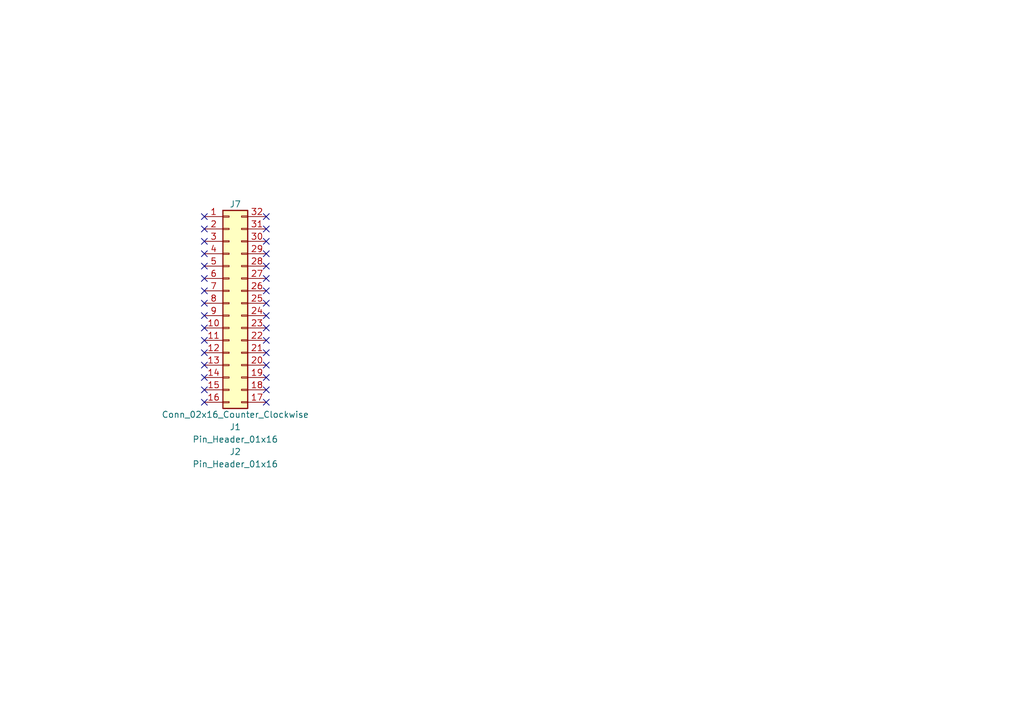
<source format=kicad_sch>
(kicad_sch (version 20250114) (generator "eeschema") (generator_version "9.0")
  (paper "A5")
  (title_block (title "Board 2x16 W22.86") (date "2025-09-29") (rev "V0"))
  (lib_symbols
    (symbol "Connector_Generic:Conn_02x16_Counter_Clockwise" (pin_names (offset 1.016) (hide yes))
      (property "Reference" "J" (at 1.27 20.32 0))
      (property "Value" "Conn_02x16_Counter_Clockwise" (at 1.27 -22.86 0))
      (symbol "Conn_02x16_Counter_Clockwise_1_1"
        (rectangle (start -1.27 19.05) (end 3.81 -21.59) (stroke (width 0.254)) (fill (type background)))
        (rectangle (start -1.27 17.907) (end 0 17.653) (stroke (width 0.1524)))
        (rectangle (start -1.27 15.367) (end 0 15.113) (stroke (width 0.1524)))
        (rectangle (start -1.27 12.827) (end 0 12.573) (stroke (width 0.1524)))
        (rectangle (start -1.27 10.287) (end 0 10.033) (stroke (width 0.1524)))
        (rectangle (start -1.27 7.747) (end 0 7.493) (stroke (width 0.1524)))
        (rectangle (start -1.27 5.207) (end 0 4.953) (stroke (width 0.1524)))
        (rectangle (start -1.27 2.667) (end 0 2.413) (stroke (width 0.1524)))
        (rectangle (start -1.27 0.127) (end 0 -0.127) (stroke (width 0.1524)))
        (rectangle (start -1.27 -2.413) (end 0 -2.667) (stroke (width 0.1524)))
        (rectangle (start -1.27 -4.953) (end 0 -5.207) (stroke (width 0.1524)))
        (rectangle (start -1.27 -7.493) (end 0 -7.747) (stroke (width 0.1524)))
        (rectangle (start -1.27 -10.033) (end 0 -10.287) (stroke (width 0.1524)))
        (rectangle (start -1.27 -12.573) (end 0 -12.827) (stroke (width 0.1524)))
        (rectangle (start -1.27 -15.113) (end 0 -15.367) (stroke (width 0.1524)))
        (rectangle (start -1.27 -17.653) (end 0 -17.907) (stroke (width 0.1524)))
        (rectangle (start -1.27 -20.193) (end 0 -20.447) (stroke (width 0.1524)))
        (rectangle (start 3.81 17.907) (end 2.54 17.653) (stroke (width 0.1524)))
        (rectangle (start 3.81 15.367) (end 2.54 15.113) (stroke (width 0.1524)))
        (rectangle (start 3.81 12.827) (end 2.54 12.573) (stroke (width 0.1524)))
        (rectangle (start 3.81 10.287) (end 2.54 10.033) (stroke (width 0.1524)))
        (rectangle (start 3.81 7.747) (end 2.54 7.493) (stroke (width 0.1524)))
        (rectangle (start 3.81 5.207) (end 2.54 4.953) (stroke (width 0.1524)))
        (rectangle (start 3.81 2.667) (end 2.54 2.413) (stroke (width 0.1524)))
        (rectangle (start 3.81 0.127) (end 2.54 -0.127) (stroke (width 0.1524)))
        (rectangle (start 3.81 -2.413) (end 2.54 -2.667) (stroke (width 0.1524)))
        (rectangle (start 3.81 -4.953) (end 2.54 -5.207) (stroke (width 0.1524)))
        (rectangle (start 3.81 -7.493) (end 2.54 -7.747) (stroke (width 0.1524)))
        (rectangle (start 3.81 -10.033) (end 2.54 -10.287) (stroke (width 0.1524)))
        (rectangle (start 3.81 -12.573) (end 2.54 -12.827) (stroke (width 0.1524)))
        (rectangle (start 3.81 -15.113) (end 2.54 -15.367) (stroke (width 0.1524)))
        (rectangle (start 3.81 -17.653) (end 2.54 -17.907) (stroke (width 0.1524)))
        (rectangle (start 3.81 -20.193) (end 2.54 -20.447) (stroke (width 0.1524)))
        (pin passive line (at -5.08 17.78 0) (length 3.81) (name "Pin_1") (number "1"))
        (pin passive line (at -5.08 15.24 0) (length 3.81) (name "Pin_2") (number "2"))
        (pin passive line (at -5.08 12.7 0) (length 3.81) (name "Pin_3") (number "3"))
        (pin passive line (at -5.08 10.16 0) (length 3.81) (name "Pin_4") (number "4"))
        (pin passive line (at -5.08 7.62 0) (length 3.81) (name "Pin_5") (number "5"))
        (pin passive line (at -5.08 5.08 0) (length 3.81) (name "Pin_6") (number "6"))
        (pin passive line (at -5.08 2.54 0) (length 3.81) (name "Pin_7") (number "7"))
        (pin passive line (at -5.08 0 0) (length 3.81) (name "Pin_8") (number "8"))
        (pin passive line (at -5.08 -2.54 0) (length 3.81) (name "Pin_9") (number "9"))
        (pin passive line (at -5.08 -5.08 0) (length 3.81) (name "Pin_10") (number "10"))
        (pin passive line (at -5.08 -7.62 0) (length 3.81) (name "Pin_11") (number "11"))
        (pin passive line (at -5.08 -10.16 0) (length 3.81) (name "Pin_12") (number "12"))
        (pin passive line (at -5.08 -12.7 0) (length 3.81) (name "Pin_13") (number "13"))
        (pin passive line (at -5.08 -15.24 0) (length 3.81) (name "Pin_14") (number "14"))
        (pin passive line (at -5.08 -17.78 0) (length 3.81) (name "Pin_15") (number "15"))
        (pin passive line (at -5.08 -20.32 0) (length 3.81) (name "Pin_16") (number "16"))
        (pin passive line (at 7.62 17.78 180) (length 3.81) (name "Pin_32") (number "32"))
        (pin passive line (at 7.62 15.24 180) (length 3.81) (name "Pin_31") (number "31"))
        (pin passive line (at 7.62 12.7 180) (length 3.81) (name "Pin_30") (number "30"))
        (pin passive line (at 7.62 10.16 180) (length 3.81) (name "Pin_29") (number "29"))
        (pin passive line (at 7.62 7.62 180) (length 3.81) (name "Pin_28") (number "28"))
        (pin passive line (at 7.62 5.08 180) (length 3.81) (name "Pin_27") (number "27"))
        (pin passive line (at 7.62 2.54 180) (length 3.81) (name "Pin_26") (number "26"))
        (pin passive line (at 7.62 0 180) (length 3.81) (name "Pin_25") (number "25"))
        (pin passive line (at 7.62 -2.54 180) (length 3.81) (name "Pin_24") (number "24"))
        (pin passive line (at 7.62 -5.08 180) (length 3.81) (name "Pin_23") (number "23"))
        (pin passive line (at 7.62 -7.62 180) (length 3.81) (name "Pin_22") (number "22"))
        (pin passive line (at 7.62 -10.16 180) (length 3.81) (name "Pin_21") (number "21"))
        (pin passive line (at 7.62 -12.7 180) (length 3.81) (name "Pin_20") (number "20"))
        (pin passive line (at 7.62 -15.24 180) (length 3.81) (name "Pin_19") (number "19"))
        (pin passive line (at 7.62 -17.78 180) (length 3.81) (name "Pin_18") (number "18"))
        (pin passive line (at 7.62 -20.32 180) (length 3.81) (name "Pin_17") (number "17"))
      )
    )
    (symbol "HCP65:Pin_Header_01x16" (pin_names (offset 1.016) (hide yes))
      (property "Reference" "J" (at 0 1.27 0))
      (property "Value" "Pin_Header_01x16" (at 0 -1.27 0))
    )
  )
  (no_connect (at 41.91 44.45))
  (no_connect (at 41.91 64.77))
  (no_connect (at 54.61 82.55))
  (no_connect (at 54.61 74.93))
  (no_connect (at 54.61 77.47))
  (no_connect (at 41.91 67.31))
  (no_connect (at 54.61 54.61))
  (no_connect (at 54.61 49.53))
  (no_connect (at 41.91 46.99))
  (no_connect (at 54.61 44.45))
  (no_connect (at 54.61 52.07))
  (no_connect (at 54.61 59.69))
  (no_connect (at 41.91 54.61))
  (no_connect (at 41.91 72.39))
  (no_connect (at 41.91 82.55))
  (no_connect (at 41.91 52.07))
  (no_connect (at 54.61 57.15))
  (no_connect (at 41.91 80.01))
  (no_connect (at 54.61 46.99))
  (no_connect (at 54.61 69.85))
  (no_connect (at 41.91 69.85))
  (no_connect (at 41.91 74.93))
  (no_connect (at 41.91 57.15))
  (no_connect (at 54.61 64.77))
  (no_connect (at 54.61 67.31))
  (no_connect (at 41.91 59.69))
  (no_connect (at 54.61 62.23))
  (no_connect (at 41.91 77.47))
  (no_connect (at 41.91 62.23))
  (no_connect (at 41.91 49.53))
  (no_connect (at 54.61 72.39))
  (no_connect (at 54.61 80.01))
  (symbol (lib_id "Connector_Generic:Conn_02x16_Counter_Clockwise") (at 46.99 62.23 0) (unit 1)
    (property "Reference" "J7" (at 48.26 41.91 0))
    (property "Value" "Conn_02x16_Counter_Clockwise" (at 48.26 85.09 0))
    (property "Description" "Generic connector, double row, 02x16, counter clockwise pin numbering scheme (similar to DIP package numbering), script generated (kicad-library-utils/schlib/autogen/connector/)" (effects (hide yes)))
  )
  (symbol (lib_id "HCP65:Pin_Header_01x16") (at 48.26 88.9 0) (mirror y) (unit 1)
    (property "Reference" "J1" (at 48.26 87.63 0))
    (property "Value" "Pin_Header_01x16" (at 48.26 90.17 0))
    (property "Footprint" "SamacSys_Parts:PinHeader_1x16_P2.54mm_Vertical" (effects (hide yes)))
  )
  (symbol (lib_id "HCP65:Pin_Header_01x16") (at 48.26 93.98 0) (unit 1)
    (property "Reference" "J2" (at 48.26 92.71 0))
    (property "Value" "Pin_Header_01x16" (at 48.26 95.25 0))
    (property "Footprint" "SamacSys_Parts:PinHeader_1x16_P2.54mm_Vertical" (effects (hide yes)))
  )
)
</source>
